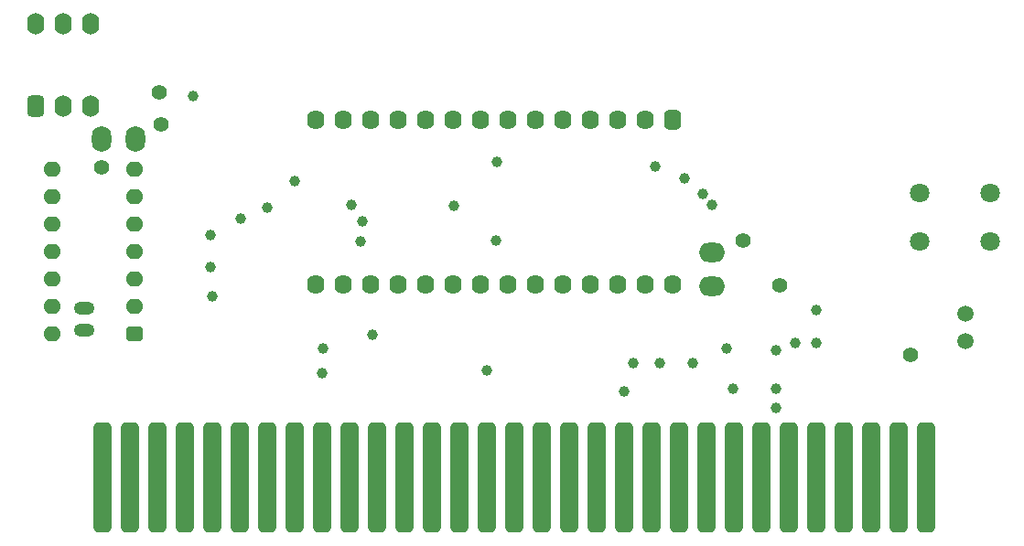
<source format=gbs>
G04 Layer_Color=16711935*
%FSAX24Y24*%
%MOIN*%
G70*
G01*
G75*
G04:AMPARAMS|DCode=33|XSize=67.1mil|YSize=401.7mil|CornerRadius=18.8mil|HoleSize=0mil|Usage=FLASHONLY|Rotation=0.000|XOffset=0mil|YOffset=0mil|HoleType=Round|Shape=RoundedRectangle|*
%AMROUNDEDRECTD33*
21,1,0.0671,0.3642,0,0,0.0*
21,1,0.0295,0.4017,0,0,0.0*
1,1,0.0375,0.0148,-0.1821*
1,1,0.0375,-0.0148,-0.1821*
1,1,0.0375,-0.0148,0.1821*
1,1,0.0375,0.0148,0.1821*
%
%ADD33ROUNDEDRECTD33*%
%ADD35O,0.0749X0.0474*%
%ADD36O,0.0631X0.0552*%
G04:AMPARAMS|DCode=37|XSize=63.1mil|YSize=55.2mil|CornerRadius=15.8mil|HoleSize=0mil|Usage=FLASHONLY|Rotation=180.000|XOffset=0mil|YOffset=0mil|HoleType=Round|Shape=RoundedRectangle|*
%AMROUNDEDRECTD37*
21,1,0.0631,0.0236,0,0,180.0*
21,1,0.0315,0.0552,0,0,180.0*
1,1,0.0316,-0.0157,0.0118*
1,1,0.0316,0.0157,0.0118*
1,1,0.0316,0.0157,-0.0118*
1,1,0.0316,-0.0157,-0.0118*
%
%ADD37ROUNDEDRECTD37*%
%ADD38O,0.0631X0.0710*%
G04:AMPARAMS|DCode=39|XSize=63.1mil|YSize=71mil|CornerRadius=17.8mil|HoleSize=0mil|Usage=FLASHONLY|Rotation=180.000|XOffset=0mil|YOffset=0mil|HoleType=Round|Shape=RoundedRectangle|*
%AMROUNDEDRECTD39*
21,1,0.0631,0.0354,0,0,180.0*
21,1,0.0276,0.0710,0,0,180.0*
1,1,0.0356,-0.0138,0.0177*
1,1,0.0356,0.0138,0.0177*
1,1,0.0356,0.0138,-0.0177*
1,1,0.0356,-0.0138,-0.0177*
%
%ADD39ROUNDEDRECTD39*%
G04:AMPARAMS|DCode=40|XSize=63.1mil|YSize=78.9mil|CornerRadius=17.8mil|HoleSize=0mil|Usage=FLASHONLY|Rotation=0.000|XOffset=0mil|YOffset=0mil|HoleType=Round|Shape=RoundedRectangle|*
%AMROUNDEDRECTD40*
21,1,0.0631,0.0433,0,0,0.0*
21,1,0.0276,0.0789,0,0,0.0*
1,1,0.0356,0.0138,-0.0217*
1,1,0.0356,-0.0138,-0.0217*
1,1,0.0356,-0.0138,0.0217*
1,1,0.0356,0.0138,0.0217*
%
%ADD40ROUNDEDRECTD40*%
%ADD41O,0.0631X0.0789*%
%ADD42C,0.0592*%
%ADD43C,0.0710*%
%ADD44C,0.0552*%
%ADD45C,0.0395*%
%ADD46O,0.0946X0.0710*%
%ADD47O,0.0710X0.0946*%
G54D33*
X026476Y012795D02*
D03*
X027476Y012795D02*
D03*
X028476Y012795D02*
D03*
X029476D02*
D03*
X030476Y012795D02*
D03*
X031476Y012795D02*
D03*
X032476Y012795D02*
D03*
X033476D02*
D03*
X034476Y012795D02*
D03*
X035476D02*
D03*
X036476Y012795D02*
D03*
X037476Y012795D02*
D03*
X038476Y012795D02*
D03*
X039476Y012795D02*
D03*
X040476Y012795D02*
D03*
X041476Y012795D02*
D03*
X042476D02*
D03*
X043476Y012795D02*
D03*
X044476D02*
D03*
X045476Y012795D02*
D03*
X046476Y012795D02*
D03*
X047476D02*
D03*
X048476D02*
D03*
X049476Y012795D02*
D03*
X050476Y012795D02*
D03*
X051476Y012795D02*
D03*
X052476D02*
D03*
X053476D02*
D03*
X054476Y012795D02*
D03*
X055476Y012795D02*
D03*
X056476D02*
D03*
G54D35*
X025787Y018189D02*
D03*
Y018976D02*
D03*
G54D36*
X024638Y018039D02*
D03*
Y019039D02*
D03*
Y020039D02*
D03*
Y021039D02*
D03*
Y022039D02*
D03*
Y023039D02*
D03*
Y024039D02*
D03*
X027638Y022039D02*
D03*
Y021039D02*
D03*
Y020039D02*
D03*
Y019039D02*
D03*
Y023039D02*
D03*
Y024039D02*
D03*
G54D37*
X027638Y018039D02*
D03*
G54D38*
X034248Y019835D02*
D03*
X035248Y019835D02*
D03*
X036248D02*
D03*
X037248D02*
D03*
X038248Y019835D02*
D03*
X039248Y019835D02*
D03*
X040248D02*
D03*
X041248D02*
D03*
X042248D02*
D03*
X043248Y019835D02*
D03*
X044248Y019835D02*
D03*
X045248D02*
D03*
X046248D02*
D03*
X047248Y019835D02*
D03*
X046248Y025835D02*
D03*
X045248D02*
D03*
X044248D02*
D03*
X043248D02*
D03*
X042248D02*
D03*
X041248D02*
D03*
X040248D02*
D03*
X039248D02*
D03*
X038248D02*
D03*
X037248D02*
D03*
X036248D02*
D03*
X035248D02*
D03*
X034248D02*
D03*
G54D39*
X047248Y025835D02*
D03*
G54D40*
X024039Y026335D02*
D03*
G54D41*
X026039Y026335D02*
D03*
X025039D02*
D03*
X026039Y029335D02*
D03*
X025039D02*
D03*
X024039D02*
D03*
G54D42*
X057913Y017780D02*
D03*
Y018780D02*
D03*
G54D43*
X056240Y021398D02*
D03*
X058799D02*
D03*
Y023169D02*
D03*
X056240D02*
D03*
G54D44*
X026417Y024094D02*
D03*
X028583Y025669D02*
D03*
X028543Y026850D02*
D03*
X049803Y021457D02*
D03*
X051142Y019803D02*
D03*
X055906Y017283D02*
D03*
G54D45*
X029764Y026693D02*
D03*
X033465Y023622D02*
D03*
X032480Y022638D02*
D03*
X031496Y022244D02*
D03*
X030413Y021654D02*
D03*
Y020472D02*
D03*
X030472Y019409D02*
D03*
X034476Y016614D02*
D03*
X034488Y017520D02*
D03*
X036299Y017992D02*
D03*
X040476Y016697D02*
D03*
X045472Y015945D02*
D03*
X045787Y016968D02*
D03*
X046772D02*
D03*
X047953D02*
D03*
X049213Y017520D02*
D03*
X049449Y016024D02*
D03*
X050984Y015354D02*
D03*
Y016024D02*
D03*
X051693Y017717D02*
D03*
X052461D02*
D03*
Y018898D02*
D03*
X050984Y017441D02*
D03*
X048661Y022736D02*
D03*
X048346Y023130D02*
D03*
X047677Y023701D02*
D03*
X046614Y024134D02*
D03*
X040827Y024291D02*
D03*
X039252Y022717D02*
D03*
X040787Y021457D02*
D03*
X035925Y022146D02*
D03*
X035531Y022736D02*
D03*
X035866Y021417D02*
D03*
G54D46*
X048661Y019783D02*
D03*
Y021004D02*
D03*
G54D47*
X026437Y025157D02*
D03*
X027657D02*
D03*
M02*

</source>
